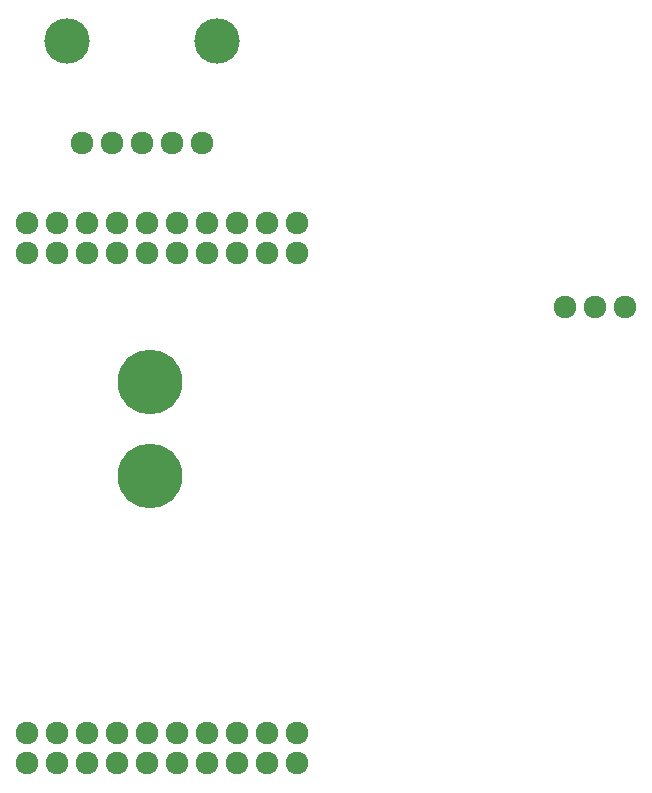
<source format=gbr>
G04 #@! TF.GenerationSoftware,KiCad,Pcbnew,(5.0.0)*
G04 #@! TF.CreationDate,2018-10-11T10:24:37-05:00*
G04 #@! TF.ProjectId,DriveBoard_Hardware,4472697665426F6172645F4861726477,rev?*
G04 #@! TF.SameCoordinates,Original*
G04 #@! TF.FileFunction,Soldermask,Bot*
G04 #@! TF.FilePolarity,Negative*
%FSLAX46Y46*%
G04 Gerber Fmt 4.6, Leading zero omitted, Abs format (unit mm)*
G04 Created by KiCad (PCBNEW (5.0.0)) date 10/11/18 10:24:37*
%MOMM*%
%LPD*%
G01*
G04 APERTURE LIST*
%ADD10C,5.480000*%
%ADD11C,1.924000*%
%ADD12C,3.850000*%
%ADD13C,1.920000*%
G04 APERTURE END LIST*
D10*
G04 #@! TO.C,Conn1*
X84353400Y-93727000D03*
X84353400Y-85726000D03*
G04 #@! TD*
D11*
G04 #@! TO.C,Conn2*
X78613000Y-65532000D03*
X81153000Y-65532000D03*
X83693000Y-65532000D03*
X86233000Y-65532000D03*
X88773000Y-65532000D03*
D12*
X77343000Y-56896000D03*
X90043000Y-56896000D03*
G04 #@! TD*
D13*
G04 #@! TO.C,U1*
X73914000Y-117983000D03*
X96774000Y-72263000D03*
X94234000Y-72263000D03*
X86614000Y-72263000D03*
X84074000Y-115443000D03*
X89154000Y-72263000D03*
X91694000Y-72263000D03*
X89154000Y-117983000D03*
X94234000Y-115443000D03*
X84074000Y-72263000D03*
X81534000Y-72263000D03*
X94234000Y-117983000D03*
X89154000Y-115443000D03*
X86614000Y-115443000D03*
X73914000Y-115443000D03*
X76454000Y-115443000D03*
X78994000Y-115443000D03*
X81534000Y-115443000D03*
X91694000Y-115443000D03*
X96774000Y-115443000D03*
X76454000Y-117983000D03*
X78994000Y-117983000D03*
X81534000Y-117983000D03*
X84074000Y-117983000D03*
X86614000Y-117983000D03*
X91694000Y-117983000D03*
X96774000Y-117983000D03*
X73914000Y-74803000D03*
X76454000Y-74803000D03*
X78994000Y-74803000D03*
X81534000Y-74803000D03*
X84074000Y-74803000D03*
X86614000Y-74803000D03*
X89154000Y-74803000D03*
X91694000Y-74803000D03*
X94234000Y-74803000D03*
X96774000Y-74803000D03*
X73914000Y-72263000D03*
X76454000Y-72263000D03*
X78994000Y-72263000D03*
G04 #@! TD*
D11*
G04 #@! TO.C,U3*
X119507000Y-79375000D03*
X122047000Y-79375000D03*
X124587000Y-79375000D03*
G04 #@! TD*
M02*

</source>
